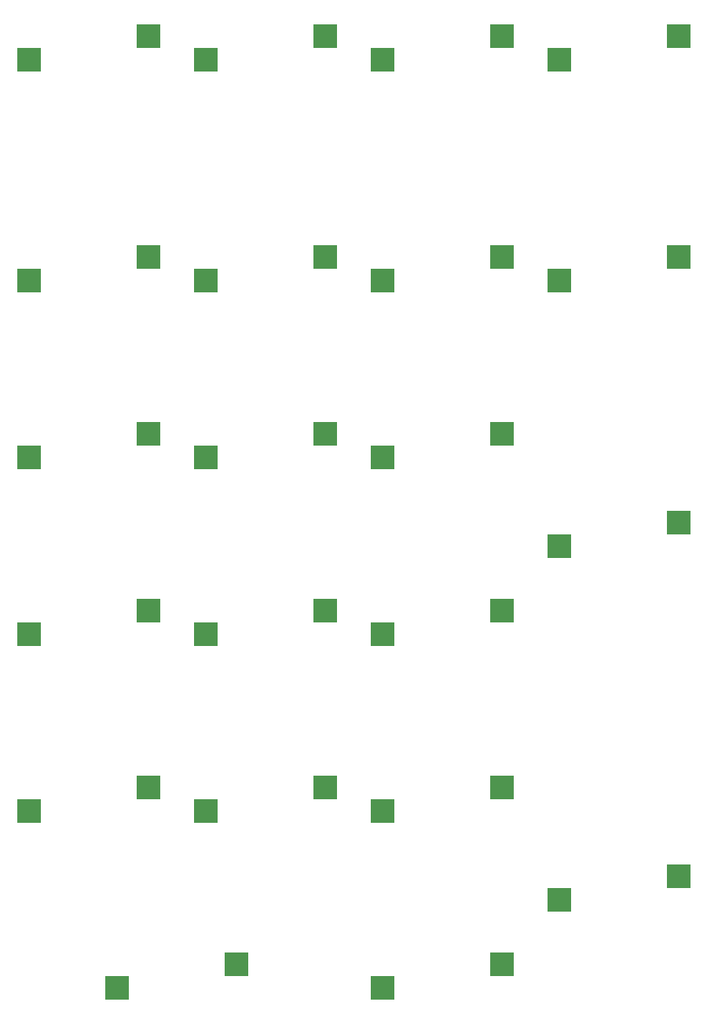
<source format=gbr>
%TF.GenerationSoftware,KiCad,Pcbnew,(6.0.2)*%
%TF.CreationDate,2022-02-20T23:39:01-05:00*%
%TF.ProjectId,Numpad,4e756d70-6164-42e6-9b69-6361645f7063,rev?*%
%TF.SameCoordinates,Original*%
%TF.FileFunction,Paste,Bot*%
%TF.FilePolarity,Positive*%
%FSLAX46Y46*%
G04 Gerber Fmt 4.6, Leading zero omitted, Abs format (unit mm)*
G04 Created by KiCad (PCBNEW (6.0.2)) date 2022-02-20 23:39:01*
%MOMM*%
%LPD*%
G01*
G04 APERTURE LIST*
%ADD10R,2.550000X2.500000*%
G04 APERTURE END LIST*
D10*
%TO.C,MX1*%
X26252500Y-30797500D03*
X39152500Y-28257500D03*
%TD*%
%TO.C,MX2*%
X58202499Y-28257499D03*
X45302499Y-30797499D03*
%TD*%
%TO.C,MX7*%
X64352499Y-54609999D03*
X77252499Y-52069999D03*
%TD*%
%TO.C,MX4*%
X83402499Y-30797499D03*
X96302499Y-28257499D03*
%TD*%
%TO.C,MX10*%
X45302499Y-73659999D03*
X58202499Y-71119999D03*
%TD*%
%TO.C,MX18*%
X64352499Y-111759999D03*
X77252499Y-109219999D03*
%TD*%
%TO.C,MX3*%
X77252499Y-28257499D03*
X64352499Y-30797499D03*
%TD*%
%TO.C,MX8*%
X96302499Y-52069999D03*
X83402499Y-54609999D03*
%TD*%
%TO.C,MX6*%
X58202499Y-52069999D03*
X45302499Y-54609999D03*
%TD*%
%TO.C,MX19*%
X35777499Y-130809999D03*
X48677499Y-128269999D03*
%TD*%
%TO.C,MX20*%
X77252499Y-128269999D03*
X64352499Y-130809999D03*
%TD*%
%TO.C,MX21*%
X96302499Y-118744999D03*
X83402499Y-121284999D03*
%TD*%
%TO.C,MX11*%
X64352499Y-73659999D03*
X77252499Y-71119999D03*
%TD*%
%TO.C,MX5*%
X39152499Y-52069999D03*
X26252499Y-54609999D03*
%TD*%
%TO.C,MX12*%
X26252499Y-92709999D03*
X39152499Y-90169999D03*
%TD*%
%TO.C,MX17*%
X58202499Y-109219999D03*
X45302499Y-111759999D03*
%TD*%
%TO.C,MX13*%
X45302499Y-92709999D03*
X58202499Y-90169999D03*
%TD*%
%TO.C,MX14*%
X77252499Y-90169999D03*
X64352499Y-92709999D03*
%TD*%
%TO.C,MX15*%
X83402499Y-83184999D03*
X96302499Y-80644999D03*
%TD*%
%TO.C,MX16*%
X26252499Y-111759999D03*
X39152499Y-109219999D03*
%TD*%
%TO.C,MX9*%
X26252499Y-73659999D03*
X39152499Y-71119999D03*
%TD*%
M02*

</source>
